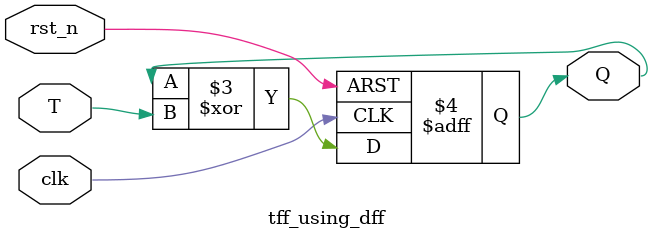
<source format=v>
module tff_using_dff(
    input wire clk,
    input wire rst_n,  // active-low reset
    input wire T,
    output reg Q
);

    always @(posedge clk or negedge rst_n) begin
        if (!rst_n)
            Q <= 1'b0;
        else
            Q <= Q ^ T; 
    end

endmodule

</source>
